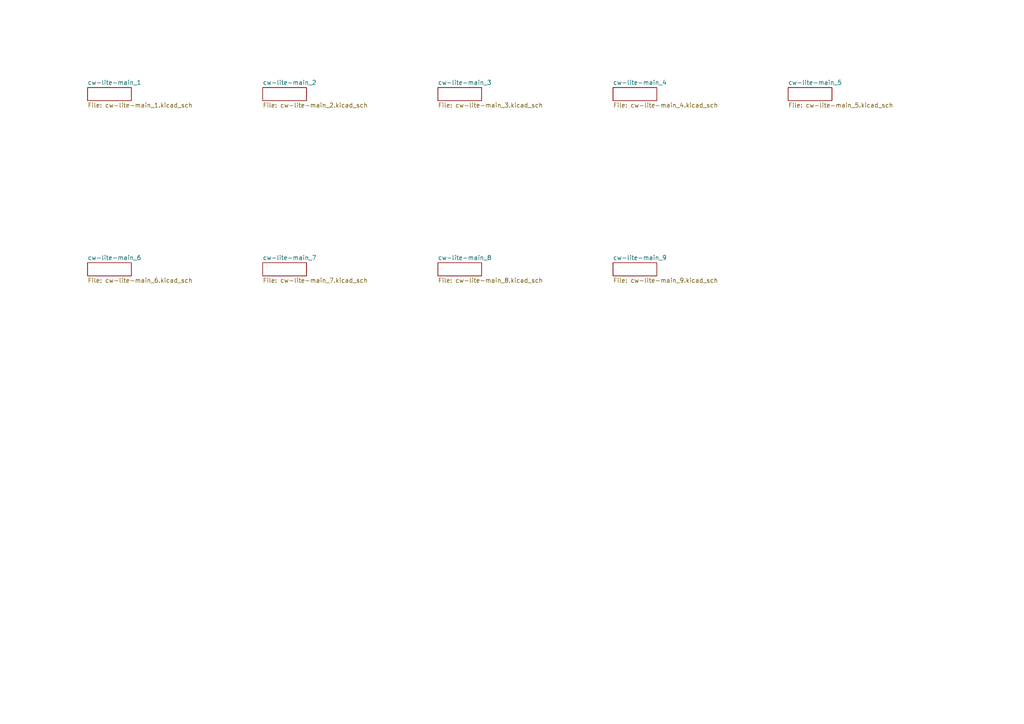
<source format=kicad_sch>
(kicad_sch (version 20230121) (generator eeschema)
  (paper "A4")
  (lib_symbols)
  (sheet (at 127 76.2) (size 12.7 3.81)
    (property "Sheetname" "cw-lite-main_8" (at 127 75.4884 0) (effects (justify left bottom)))
    (property "Sheetfile" "cw-lite-main_8.kicad_sch" (at 127 80.5946 0) (effects (justify left top)))
  )
  (sheet (at 177.8 25.4) (size 12.7 3.81)
    (property "Sheetname" "cw-lite-main_4" (at 177.8 24.6884 0) (effects (justify left bottom)))
    (property "Sheetfile" "cw-lite-main_4.kicad_sch" (at 177.8 29.7946 0) (effects (justify left top)))
  )
  (sheet (at 25.4 25.4) (size 12.7 3.81)
    (property "Sheetname" "cw-lite-main_1" (at 25.4 24.6884 0) (effects (justify left bottom)))
    (property "Sheetfile" "cw-lite-main_1.kicad_sch" (at 25.4 29.7946 0) (effects (justify left top)))
  )
  (sheet (at 127 25.4) (size 12.7 3.81)
    (property "Sheetname" "cw-lite-main_3" (at 127 24.6884 0) (effects (justify left bottom)))
    (property "Sheetfile" "cw-lite-main_3.kicad_sch" (at 127 29.7946 0) (effects (justify left top)))
  )
  (sheet (at 25.4 76.2) (size 12.7 3.81)
    (property "Sheetname" "cw-lite-main_6" (at 25.4 75.4884 0) (effects (justify left bottom)))
    (property "Sheetfile" "cw-lite-main_6.kicad_sch" (at 25.4 80.5946 0) (effects (justify left top)))
  )
  (sheet (at 76.2 76.2) (size 12.7 3.81)
    (property "Sheetname" "cw-lite-main_7" (at 76.2 75.4884 0) (effects (justify left bottom)))
    (property "Sheetfile" "cw-lite-main_7.kicad_sch" (at 76.2 80.5946 0) (effects (justify left top)))
  )
  (sheet (at 76.2 25.4) (size 12.7 3.81)
    (property "Sheetname" "cw-lite-main_2" (at 76.2 24.6884 0) (effects (justify left bottom)))
    (property "Sheetfile" "cw-lite-main_2.kicad_sch" (at 76.2 29.7946 0) (effects (justify left top)))
  )
  (sheet (at 228.6 25.4) (size 12.7 3.81)
    (property "Sheetname" "cw-lite-main_5" (at 228.6 24.6884 0) (effects (justify left bottom)))
    (property "Sheetfile" "cw-lite-main_5.kicad_sch" (at 228.6 29.7946 0) (effects (justify left top)))
  )
  (sheet (at 177.8 76.2) (size 12.7 3.81)
    (property "Sheetname" "cw-lite-main_9" (at 177.8 75.4884 0) (effects (justify left bottom)))
    (property "Sheetfile" "cw-lite-main_9.kicad_sch" (at 177.8 80.5946 0) (effects (justify left top)))
  )
)
</source>
